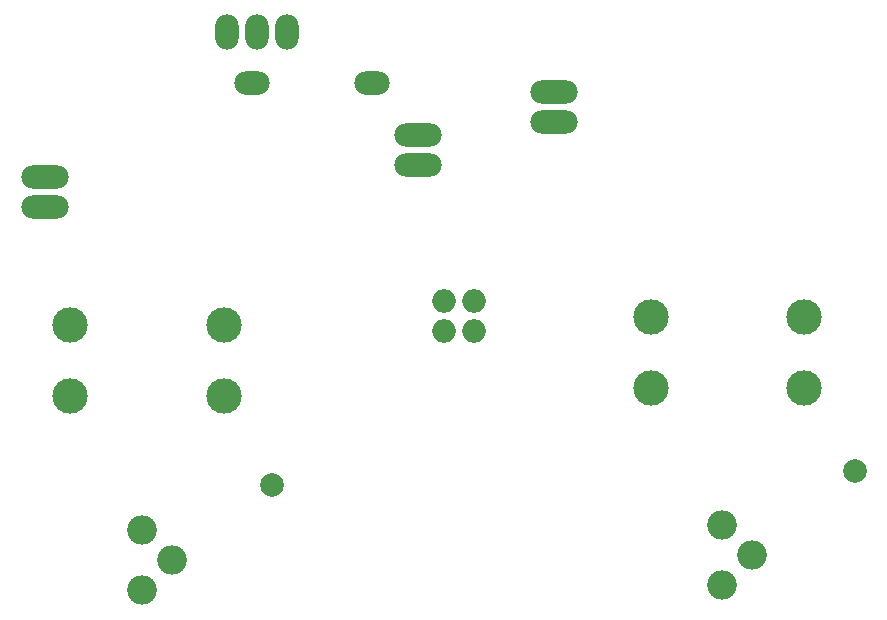
<source format=gbr>
%TF.GenerationSoftware,KiCad,Pcbnew,(6.0.7)*%
%TF.CreationDate,2023-01-19T20:49:39-05:00*%
%TF.ProjectId,Phoenix612_Stage_2_PA_Testing_v1,50686f65-6e69-4783-9631-325f53746167,rev?*%
%TF.SameCoordinates,Original*%
%TF.FileFunction,Soldermask,Bot*%
%TF.FilePolarity,Negative*%
%FSLAX46Y46*%
G04 Gerber Fmt 4.6, Leading zero omitted, Abs format (unit mm)*
G04 Created by KiCad (PCBNEW (6.0.7)) date 2023-01-19 20:49:39*
%MOMM*%
%LPD*%
G01*
G04 APERTURE LIST*
%ADD10O,4.000000X2.000000*%
%ADD11C,3.000000*%
%ADD12O,3.000000X2.000000*%
%ADD13C,2.000000*%
%ADD14O,2.500000X2.500000*%
%ADD15O,2.000000X3.000000*%
%ADD16O,2.000000X2.000000*%
G04 APERTURE END LIST*
D10*
%TO.C,C5*%
X50304700Y-48070649D03*
X50304700Y-45570649D03*
%TD*%
%TO.C,C9*%
X93408500Y-38407849D03*
X93408500Y-40907849D03*
%TD*%
D11*
%TO.C,T2*%
X114622431Y-57448311D03*
X101622431Y-57448311D03*
X114622431Y-63448311D03*
X101622431Y-63448311D03*
%TD*%
D12*
%TO.C,D1*%
X78016100Y-37579300D03*
X67856100Y-37579300D03*
%TD*%
D13*
%TO.C,TP2*%
X118866631Y-70481311D03*
%TD*%
D10*
%TO.C,D2*%
X81902300Y-44518500D03*
X81902300Y-41978500D03*
%TD*%
D14*
%TO.C,Q1*%
X58496200Y-80568800D03*
X61036200Y-78028800D03*
X58496200Y-75488800D03*
%TD*%
%TO.C,Q2*%
X107645200Y-80086200D03*
X110185200Y-77546200D03*
X107645200Y-75006200D03*
%TD*%
D11*
%TO.C,T1*%
X65453400Y-58087000D03*
X52453400Y-58087000D03*
X65453400Y-64087000D03*
X52453400Y-64087000D03*
%TD*%
D15*
%TO.C,J3*%
X70838300Y-33286700D03*
X68298300Y-33286700D03*
X65758300Y-33286700D03*
%TD*%
D13*
%TO.C,TP1*%
X69570600Y-71628000D03*
%TD*%
D16*
%TO.C,J4*%
X84069000Y-56052800D03*
X86609000Y-56052800D03*
X84069000Y-58592800D03*
X86609000Y-58592800D03*
%TD*%
M02*

</source>
